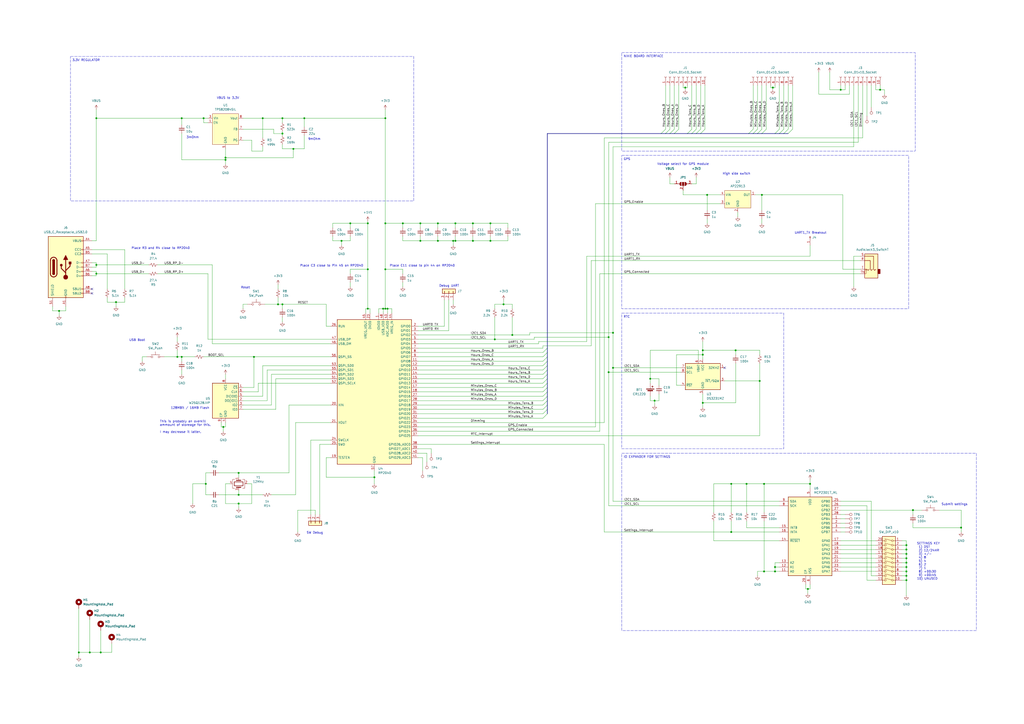
<source format=kicad_sch>
(kicad_sch (version 20231120) (generator "eeschema") (generator_version "8.0")
  (paper "A2")
  (title_block (title "Nixie Processor Board") (rev "0.1"))
  (junction (at 130.81 92.71))
  (junction (at 353.06 195.58))
  (junction (at 105.41 207.01))
  (junction (at 254 139.7))
  (junction (at 152.4 68.58))
  (junction (at 138.43 292.1))
  (junction (at 274.32 139.7))
  (junction (at 163.83 77.47))
  (junction (at 233.68 129.54))
  (junction (at 119.38 280.67))
  (junction (at 138.43 287.02))
  (junction (at 468.63 341.63))
  (junction (at 147.32 207.01))
  (junction (at 407.67 205.74))
  (junction (at 105.41 68.58))
  (junction (at 355.6 193.04))
  (junction (at 198.12 139.7))
  (junction (at 292.1 176.53))
  (junction (at 353.06 215.9))
  (junction (at 525.78 328.93))
  (junction (at 397.51 50.8))
  (junction (at 424.18 280.67))
  (junction (at 176.53 68.58))
  (junction (at 441.96 113.03))
  (junction (at 274.32 129.54))
  (junction (at 55.88 158.75))
  (junction (at 45.72 378.46))
  (junction (at 243.84 139.7))
  (junction (at 254 129.54))
  (junction (at 525.78 334.01))
  (junction (at 213.36 156.21))
  (junction (at 525.78 318.77))
  (junction (at 525.78 326.39))
  (junction (at 529.59 295.91))
  (junction (at 34.29 180.34))
  (junction (at 223.52 129.54))
  (junction (at 525.78 316.23))
  (junction (at 217.17 276.86))
  (junction (at 203.2 129.54))
  (junction (at 129.54 247.65))
  (junction (at 443.23 280.67))
  (junction (at 424.18 308.61))
  (junction (at 264.16 139.7))
  (junction (at 118.11 68.58))
  (junction (at 525.78 321.31))
  (junction (at 161.29 176.53))
  (junction (at 355.6 213.36))
  (junction (at 55.88 153.67))
  (junction (at 213.36 129.54))
  (junction (at 525.78 336.55))
  (junction (at 448.31 50.8))
  (junction (at 449.58 328.93))
  (junction (at 222.25 179.07))
  (junction (at 58.42 378.46))
  (junction (at 487.68 52.07))
  (junction (at 163.83 68.58))
  (junction (at 243.84 129.54))
  (junction (at 525.78 323.85))
  (junction (at 170.18 86.36))
  (junction (at 510.54 52.07))
  (junction (at 55.88 68.58))
  (junction (at 525.78 331.47))
  (junction (at 262.89 139.7))
  (junction (at 379.73 232.41))
  (junction (at 224.79 179.07))
  (junction (at 449.58 331.47))
  (junction (at 557.53 306.07))
  (junction (at 213.36 179.07))
  (junction (at 223.52 156.21))
  (junction (at 138.43 274.32))
  (junction (at 287.02 196.85))
  (junction (at 407.67 203.2))
  (junction (at 102.87 207.01))
  (junction (at 440.69 220.98))
  (junction (at 443.23 331.47))
  (junction (at 163.83 176.53))
  (junction (at 264.16 129.54))
  (junction (at 426.72 203.2))
  (junction (at 284.48 129.54))
  (junction (at 469.9 280.67))
  (junction (at 223.52 68.58))
  (junction (at 297.18 194.31))
  (junction (at 67.31 175.26))
  (junction (at 284.48 139.7))
  (junction (at 52.07 378.46))
  (junction (at 223.52 179.07))
  (junction (at 407.67 233.68))
  (junction (at 433.07 280.67))
  (junction (at 377.19 219.71))
  (junction (at 410.21 113.03))
  (junction (at 130.81 91.44))
  (no_connect (at 53.34 167.64))
  (no_connect (at 420.37 213.36))
  (no_connect (at 53.34 170.18))
  (bus_entry (at 314.96 214.63) (size 2.54 -2.54))
  (bus_entry (at 436.88 74.93) (size -2.54 2.54))
  (bus_entry (at 391.16 74.93) (size -2.54 2.54))
  (bus_entry (at 314.96 240.03) (size 2.54 -2.54))
  (bus_entry (at 408.94 74.93) (size -2.54 2.54))
  (bus_entry (at 314.96 204.47) (size 2.54 -2.54))
  (bus_entry (at 457.2 74.93) (size -2.54 2.54))
  (bus_entry (at 314.96 217.17) (size 2.54 -2.54))
  (bus_entry (at 314.96 224.79) (size 2.54 -2.54))
  (bus_entry (at 314.96 219.71) (size 2.54 -2.54))
  (bus_entry (at 314.96 229.87) (size 2.54 -2.54))
  (bus_entry (at 314.96 212.09) (size 2.54 -2.54))
  (bus_entry (at 459.74 74.93) (size -2.54 2.54))
  (bus_entry (at 314.96 207.01) (size 2.54 -2.54))
  (bus_entry (at 441.96 74.93) (size -2.54 2.54))
  (bus_entry (at 386.08 74.93) (size -2.54 2.54))
  (bus_entry (at 314.96 237.49) (size 2.54 -2.54))
  (bus_entry (at 401.32 74.93) (size -2.54 2.54))
  (bus_entry (at 314.96 232.41) (size 2.54 -2.54))
  (bus_entry (at 403.86 74.93) (size -2.54 2.54))
  (bus_entry (at 406.4 74.93) (size -2.54 2.54))
  (bus_entry (at 314.96 242.57) (size 2.54 -2.54))
  (bus_entry (at 393.7 74.93) (size -2.54 2.54))
  (bus_entry (at 444.5 74.93) (size -2.54 2.54))
  (bus_entry (at 314.96 227.33) (size 2.54 -2.54))
  (bus_entry (at 452.12 74.93) (size -2.54 2.54))
  (bus_entry (at 314.96 209.55) (size 2.54 -2.54))
  (bus_entry (at 439.42 74.93) (size -2.54 2.54))
  (bus_entry (at 388.62 74.93) (size -2.54 2.54))
  (bus_entry (at 314.96 222.25) (size 2.54 -2.54))
  (bus_entry (at 314.96 234.95) (size 2.54 -2.54))
  (bus_entry (at 454.66 74.93) (size -2.54 2.54))
  (wire (pts (xy 157.48 234.95) (xy 157.48 217.17)))
  (wire (pts (xy 426.72 210.82) (xy 426.72 233.68)))
  (wire (pts (xy 140.97 179.07) (xy 140.97 176.53)))
  (bus (pts (xy 401.32 77.47) (xy 403.86 77.47)))
  (wire (pts (xy 242.57 219.71) (xy 314.96 219.71)))
  (wire (pts (xy 233.68 132.08) (xy 233.68 129.54)))
  (wire (pts (xy 227.33 179.07) (xy 227.33 181.61)))
  (wire (pts (xy 487.68 313.69) (xy 508 313.69)))
  (wire (pts (xy 176.53 78.74) (xy 176.53 86.36)))
  (wire (pts (xy 140.97 68.58) (xy 152.4 68.58)))
  (wire (pts (xy 449.58 328.93) (xy 452.12 328.93)))
  (wire (pts (xy 260.35 191.77) (xy 260.35 173.99)))
  (wire (pts (xy 523.24 334.01) (xy 525.78 334.01)))
  (wire (pts (xy 355.6 193.04) (xy 307.34 193.04)))
  (wire (pts (xy 105.41 214.63) (xy 105.41 217.17)))
  (wire (pts (xy 262.89 173.99) (xy 262.89 176.53)))
  (bus (pts (xy 317.5 214.63) (xy 317.5 217.17)))
  (wire (pts (xy 67.31 175.26) (xy 72.39 175.26)))
  (wire (pts (xy 407.67 205.74) (xy 407.67 208.28)))
  (wire (pts (xy 52.07 359.41) (xy 52.07 378.46)))
  (wire (pts (xy 448.31 50.8) (xy 448.31 52.07)))
  (wire (pts (xy 427.99 123.19) (xy 427.99 125.73)))
  (wire (pts (xy 386.08 49.53) (xy 386.08 74.93)))
  (wire (pts (xy 397.51 50.8) (xy 397.51 52.07)))
  (wire (pts (xy 297.18 184.15) (xy 297.18 194.31)))
  (wire (pts (xy 233.68 158.75) (xy 233.68 156.21)))
  (wire (pts (xy 102.87 195.58) (xy 102.87 198.12)))
  (wire (pts (xy 392.43 223.52) (xy 392.43 205.74)))
  (wire (pts (xy 193.04 137.16) (xy 193.04 139.7)))
  (wire (pts (xy 557.53 295.91) (xy 557.53 306.07)))
  (bus (pts (xy 317.5 212.09) (xy 317.5 214.63)))
  (wire (pts (xy 72.39 175.26) (xy 72.39 172.72)))
  (wire (pts (xy 433.07 306.07) (xy 433.07 302.26)))
  (wire (pts (xy 95.25 207.01) (xy 102.87 207.01)))
  (wire (pts (xy 487.68 316.23) (xy 508 316.23)))
  (wire (pts (xy 143.51 280.67) (xy 146.05 280.67)))
  (wire (pts (xy 163.83 83.82) (xy 163.83 86.36)))
  (wire (pts (xy 508 52.07) (xy 510.54 52.07)))
  (wire (pts (xy 157.48 217.17) (xy 191.77 217.17)))
  (wire (pts (xy 118.11 68.58) (xy 120.65 68.58)))
  (wire (pts (xy 163.83 68.58) (xy 176.53 68.58)))
  (wire (pts (xy 140.97 81.28) (xy 146.05 81.28)))
  (wire (pts (xy 53.34 157.48) (xy 55.88 157.48)))
  (wire (pts (xy 171.45 287.02) (xy 171.45 245.11)))
  (wire (pts (xy 198.12 139.7) (xy 203.2 139.7)))
  (wire (pts (xy 481.33 41.91) (xy 481.33 52.07)))
  (wire (pts (xy 242.57 229.87) (xy 314.96 229.87)))
  (bus (pts (xy 317.5 219.71) (xy 317.5 217.17)))
  (wire (pts (xy 219.71 179.07) (xy 222.25 179.07)))
  (wire (pts (xy 223.52 179.07) (xy 224.79 179.07)))
  (wire (pts (xy 284.48 139.7) (xy 294.64 139.7)))
  (wire (pts (xy 254 139.7) (xy 262.89 139.7)))
  (wire (pts (xy 262.89 139.7) (xy 262.89 142.24)))
  (wire (pts (xy 158.75 77.47) (xy 163.83 77.47)))
  (wire (pts (xy 182.88 298.45) (xy 182.88 295.91)))
  (wire (pts (xy 223.52 156.21) (xy 233.68 156.21)))
  (wire (pts (xy 403.86 106.68) (xy 403.86 102.87)))
  (wire (pts (xy 58.42 365.76) (xy 58.42 378.46)))
  (wire (pts (xy 172.72 295.91) (xy 172.72 308.61)))
  (wire (pts (xy 510.54 52.07) (xy 513.08 52.07)))
  (wire (pts (xy 53.34 160.02) (xy 55.88 160.02)))
  (wire (pts (xy 64.77 373.38) (xy 64.77 378.46)))
  (wire (pts (xy 345.44 118.11) (xy 345.44 247.65)))
  (wire (pts (xy 284.48 137.16) (xy 284.48 139.7)))
  (wire (pts (xy 189.23 176.53) (xy 163.83 176.53)))
  (wire (pts (xy 523.24 336.55) (xy 525.78 336.55)))
  (wire (pts (xy 147.32 224.79) (xy 140.97 224.79)))
  (wire (pts (xy 128.27 245.11) (xy 128.27 247.65)))
  (wire (pts (xy 342.9 151.13) (xy 499.11 151.13)))
  (wire (pts (xy 500.38 49.53) (xy 500.38 80.01)))
  (wire (pts (xy 355.6 193.04) (xy 355.6 213.36)))
  (wire (pts (xy 440.69 210.82) (xy 440.69 220.98)))
  (wire (pts (xy 355.6 213.36) (xy 394.97 213.36)))
  (wire (pts (xy 111.76 280.67) (xy 111.76 292.1)))
  (wire (pts (xy 396.24 113.03) (xy 410.21 113.03)))
  (wire (pts (xy 82.55 209.55) (xy 82.55 207.01)))
  (wire (pts (xy 153.67 176.53) (xy 161.29 176.53)))
  (wire (pts (xy 222.25 179.07) (xy 223.52 179.07)))
  (wire (pts (xy 254 137.16) (xy 254 139.7)))
  (wire (pts (xy 433.07 280.67) (xy 443.23 280.67)))
  (wire (pts (xy 140.97 229.87) (xy 152.4 229.87)))
  (wire (pts (xy 405.13 203.2) (xy 405.13 208.28)))
  (wire (pts (xy 223.52 63.5) (xy 223.52 68.58)))
  (wire (pts (xy 487.68 328.93) (xy 508 328.93)))
  (wire (pts (xy 436.88 49.53) (xy 436.88 74.93)))
  (wire (pts (xy 191.77 219.71) (xy 160.02 219.71)))
  (wire (pts (xy 406.4 49.53) (xy 406.4 74.93)))
  (wire (pts (xy 525.78 328.93) (xy 525.78 331.47)))
  (bus (pts (xy 441.96 77.47) (xy 449.58 77.47)))
  (wire (pts (xy 355.6 290.83) (xy 452.12 290.83)))
  (wire (pts (xy 284.48 129.54) (xy 294.64 129.54)))
  (wire (pts (xy 426.72 233.68) (xy 407.67 233.68)))
  (wire (pts (xy 163.83 176.53) (xy 161.29 176.53)))
  (wire (pts (xy 176.53 86.36) (xy 170.18 86.36)))
  (wire (pts (xy 525.78 316.23) (xy 525.78 318.77)))
  (wire (pts (xy 443.23 331.47) (xy 449.58 331.47)))
  (wire (pts (xy 414.02 313.69) (xy 452.12 313.69)))
  (wire (pts (xy 294.64 129.54) (xy 294.64 132.08)))
  (wire (pts (xy 377.19 219.71) (xy 377.19 222.25)))
  (wire (pts (xy 152.4 85.09) (xy 152.4 87.63)))
  (wire (pts (xy 82.55 207.01) (xy 85.09 207.01)))
  (wire (pts (xy 377.19 219.71) (xy 382.27 219.71)))
  (wire (pts (xy 53.34 144.78) (xy 72.39 144.78)))
  (wire (pts (xy 287.02 184.15) (xy 287.02 196.85)))
  (wire (pts (xy 414.02 280.67) (xy 414.02 297.18)))
  (wire (pts (xy 245.11 265.43) (xy 245.11 273.05)))
  (wire (pts (xy 120.65 196.85) (xy 191.77 196.85)))
  (wire (pts (xy 544.83 295.91) (xy 557.53 295.91)))
  (wire (pts (xy 189.23 176.53) (xy 189.23 189.23)))
  (wire (pts (xy 176.53 68.58) (xy 223.52 68.58)))
  (wire (pts (xy 242.57 212.09) (xy 314.96 212.09)))
  (wire (pts (xy 163.83 68.58) (xy 163.83 71.12)))
  (wire (pts (xy 242.57 240.03) (xy 314.96 240.03)))
  (wire (pts (xy 243.84 129.54) (xy 254 129.54)))
  (wire (pts (xy 154.94 214.63) (xy 191.77 214.63)))
  (wire (pts (xy 167.64 234.95) (xy 191.77 234.95)))
  (wire (pts (xy 193.04 139.7) (xy 198.12 139.7)))
  (wire (pts (xy 469.9 280.67) (xy 469.9 283.21)))
  (wire (pts (xy 443.23 302.26) (xy 443.23 331.47)))
  (wire (pts (xy 242.57 201.93) (xy 314.96 201.93)))
  (wire (pts (xy 424.18 308.61) (xy 452.12 308.61)))
  (wire (pts (xy 45.72 378.46) (xy 45.72 381)))
  (wire (pts (xy 525.78 321.31) (xy 525.78 323.85)))
  (wire (pts (xy 38.1 177.8) (xy 38.1 180.34)))
  (wire (pts (xy 353.06 82.55) (xy 353.06 195.58)))
  (wire (pts (xy 55.88 158.75) (xy 55.88 160.02)))
  (wire (pts (xy 213.36 179.07) (xy 214.63 179.07)))
  (wire (pts (xy 189.23 189.23) (xy 191.77 189.23)))
  (wire (pts (xy 449.58 326.39) (xy 449.58 328.93)))
  (wire (pts (xy 525.78 313.69) (xy 525.78 316.23)))
  (wire (pts (xy 213.36 128.27) (xy 213.36 129.54)))
  (wire (pts (xy 242.57 245.11) (xy 350.52 245.11)))
  (wire (pts (xy 243.84 137.16) (xy 243.84 139.7)))
  (wire (pts (xy 392.43 205.74) (xy 407.67 205.74)))
  (wire (pts (xy 443.23 280.67) (xy 469.9 280.67)))
  (wire (pts (xy 523.24 321.31) (xy 525.78 321.31)))
  (wire (pts (xy 203.2 139.7) (xy 203.2 137.16)))
  (wire (pts (xy 424.18 297.18) (xy 424.18 280.67)))
  (wire (pts (xy 152.4 212.09) (xy 191.77 212.09)))
  (wire (pts (xy 297.18 179.07) (xy 297.18 176.53)))
  (wire (pts (xy 487.68 318.77) (xy 508 318.77)))
  (wire (pts (xy 185.42 257.81) (xy 191.77 257.81)))
  (wire (pts (xy 160.02 219.71) (xy 160.02 237.49)))
  (wire (pts (xy 55.88 63.5) (xy 55.88 68.58)))
  (wire (pts (xy 312.42 198.12) (xy 340.36 198.12)))
  (wire (pts (xy 30.48 177.8) (xy 30.48 180.34)))
  (wire (pts (xy 487.68 323.85) (xy 508 323.85)))
  (wire (pts (xy 284.48 129.54) (xy 284.48 132.08)))
  (wire (pts (xy 441.96 127) (xy 441.96 129.54)))
  (wire (pts (xy 242.57 209.55) (xy 314.96 209.55)))
  (wire (pts (xy 130.81 217.17) (xy 130.81 219.71)))
  (wire (pts (xy 424.18 302.26) (xy 424.18 308.61)))
  (wire (pts (xy 123.19 199.39) (xy 191.77 199.39)))
  (wire (pts (xy 353.06 82.55) (xy 497.84 82.55)))
  (wire (pts (xy 426.72 203.2) (xy 407.67 203.2)))
  (wire (pts (xy 242.57 242.57) (xy 314.96 242.57)))
  (wire (pts (xy 138.43 287.02) (xy 152.4 287.02)))
  (bus (pts (xy 317.5 237.49) (xy 317.5 240.03)))
  (wire (pts (xy 45.72 378.46) (xy 52.07 378.46)))
  (wire (pts (xy 287.02 176.53) (xy 292.1 176.53)))
  (wire (pts (xy 424.18 280.67) (xy 433.07 280.67)))
  (wire (pts (xy 474.98 54.61) (xy 492.76 54.61)))
  (wire (pts (xy 138.43 274.32) (xy 138.43 276.86)))
  (bus (pts (xy 317.5 234.95) (xy 317.5 232.41)))
  (wire (pts (xy 487.68 326.39) (xy 508 326.39)))
  (wire (pts (xy 264.16 129.54) (xy 264.16 132.08)))
  (wire (pts (xy 212.09 179.07) (xy 213.36 179.07)))
  (wire (pts (xy 120.65 71.12) (xy 118.11 71.12)))
  (wire (pts (xy 149.86 227.33) (xy 149.86 222.25)))
  (wire (pts (xy 213.36 156.21) (xy 213.36 179.07)))
  (wire (pts (xy 468.63 341.63) (xy 469.9 341.63)))
  (bus (pts (xy 317.5 237.49) (xy 317.5 234.95)))
  (wire (pts (xy 488.95 156.21) (xy 499.11 156.21)))
  (wire (pts (xy 410.21 127) (xy 410.21 129.54)))
  (wire (pts (xy 133.35 280.67) (xy 130.81 280.67)))
  (wire (pts (xy 34.29 180.34) (xy 38.1 180.34)))
  (wire (pts (xy 242.57 250.19) (xy 347.98 250.19)))
  (wire (pts (xy 407.67 228.6) (xy 407.67 233.68)))
  (wire (pts (xy 167.64 234.95) (xy 167.64 274.32)))
  (wire (pts (xy 449.58 326.39) (xy 452.12 326.39)))
  (wire (pts (xy 441.96 113.03) (xy 488.95 113.03)))
  (wire (pts (xy 130.81 91.44) (xy 130.81 92.71)))
  (wire (pts (xy 120.65 158.75) (xy 120.65 196.85)))
  (wire (pts (xy 224.79 179.07) (xy 227.33 179.07)))
  (wire (pts (xy 468.63 341.63) (xy 468.63 344.17)))
  (wire (pts (xy 340.36 148.59) (xy 340.36 198.12)))
  (wire (pts (xy 55.88 68.58) (xy 105.41 68.58)))
  (wire (pts (xy 523.24 328.93) (xy 525.78 328.93)))
  (wire (pts (xy 525.78 323.85) (xy 525.78 326.39)))
  (wire (pts (xy 242.57 204.47) (xy 314.96 204.47)))
  (wire (pts (xy 377.19 203.2) (xy 405.13 203.2)))
  (wire (pts (xy 129.54 247.65) (xy 130.81 247.65)))
  (wire (pts (xy 426.72 205.74) (xy 426.72 203.2)))
  (bus (pts (xy 406.4 77.47) (xy 434.34 77.47)))
  (wire (pts (xy 163.83 76.2) (xy 163.83 77.47)))
  (wire (pts (xy 161.29 172.72) (xy 161.29 176.53)))
  (wire (pts (xy 274.32 137.16) (xy 274.32 139.7)))
  (wire (pts (xy 294.64 137.16) (xy 294.64 139.7)))
  (wire (pts (xy 130.81 247.65) (xy 130.81 245.11)))
  (wire (pts (xy 490.22 298.45) (xy 487.68 298.45)))
  (wire (pts (xy 147.32 207.01) (xy 147.32 224.79)))
  (wire (pts (xy 355.6 193.04) (xy 355.6 85.09)))
  (wire (pts (xy 121.92 274.32) (xy 119.38 274.32)))
  (bus (pts (xy 317.5 201.93) (xy 317.5 204.47)))
  (wire (pts (xy 152.4 68.58) (xy 152.4 80.01)))
  (wire (pts (xy 254 129.54) (xy 254 132.08)))
  (bus (pts (xy 436.88 77.47) (xy 439.42 77.47)))
  (wire (pts (xy 119.38 280.67) (xy 119.38 287.02)))
  (wire (pts (xy 447.04 49.53) (xy 447.04 50.8)))
  (wire (pts (xy 52.07 378.46) (xy 58.42 378.46)))
  (wire (pts (xy 396.24 50.8) (xy 397.51 50.8)))
  (wire (pts (xy 67.31 175.26) (xy 67.31 177.8)))
  (wire (pts (xy 105.41 207.01) (xy 105.41 209.55)))
  (wire (pts (xy 55.88 158.75) (xy 55.88 157.48)))
  (wire (pts (xy 459.74 49.53) (xy 459.74 74.93)))
  (wire (pts (xy 105.41 92.71) (xy 105.41 77.47)))
  (wire (pts (xy 157.48 287.02) (xy 171.45 287.02)))
  (wire (pts (xy 91.44 153.67) (xy 123.19 153.67)))
  (bus (pts (xy 317.5 77.47) (xy 317.5 201.93)))
  (wire (pts (xy 353.06 215.9) (xy 353.06 293.37)))
  (bus (pts (xy 439.42 77.47) (xy 441.96 77.47)))
  (wire (pts (xy 219.71 181.61) (xy 219.71 179.07)))
  (wire (pts (xy 203.2 156.21) (xy 213.36 156.21)))
  (wire (pts (xy 254 129.54) (xy 264.16 129.54)))
  (wire (pts (xy 250.19 260.35) (xy 250.19 262.89)))
  (wire (pts (xy 396.24 110.49) (xy 396.24 113.03)))
  (wire (pts (xy 53.34 152.4) (xy 55.88 152.4)))
  (wire (pts (xy 292.1 173.99) (xy 292.1 176.53)))
  (wire (pts (xy 508 336.55) (xy 502.92 336.55)))
  (wire (pts (xy 487.68 331.47) (xy 508 331.47)))
  (wire (pts (xy 490.22 300.99) (xy 487.68 300.99)))
  (wire (pts (xy 523.24 323.85) (xy 525.78 323.85)))
  (wire (pts (xy 287.02 176.53) (xy 287.02 179.07)))
  (wire (pts (xy 345.44 118.11) (xy 417.83 118.11)))
  (wire (pts (xy 62.23 175.26) (xy 67.31 175.26)))
  (wire (pts (xy 274.32 139.7) (xy 284.48 139.7)))
  (wire (pts (xy 203.2 129.54) (xy 213.36 129.54)))
  (wire (pts (xy 233.68 129.54) (xy 243.84 129.54)))
  (wire (pts (xy 243.84 139.7) (xy 254 139.7)))
  (wire (pts (xy 388.62 49.53) (xy 388.62 74.93)))
  (wire (pts (xy 154.94 214.63) (xy 154.94 232.41)))
  (wire (pts (xy 140.97 74.93) (xy 158.75 74.93)))
  (wire (pts (xy 105.41 68.58) (xy 118.11 68.58)))
  (wire (pts (xy 502.92 336.55) (xy 502.92 293.37)))
  (wire (pts (xy 243.84 129.54) (xy 243.84 132.08)))
  (wire (pts (xy 297.18 194.31) (xy 307.34 194.31)))
  (wire (pts (xy 105.41 207.01) (xy 113.03 207.01)))
  (bus (pts (xy 317.5 207.01) (xy 317.5 209.55)))
  (wire (pts (xy 170.18 86.36) (xy 163.83 86.36)))
  (wire (pts (xy 130.81 86.36) (xy 130.81 91.44)))
  (wire (pts (xy 350.52 80.01) (xy 500.38 80.01)))
  (wire (pts (xy 247.65 262.89) (xy 247.65 267.97)))
  (wire (pts (xy 30.48 180.34) (xy 34.29 180.34)))
  (wire (pts (xy 525.78 334.01) (xy 525.78 336.55)))
  (wire (pts (xy 433.07 280.67) (xy 433.07 297.18)))
  (wire (pts (xy 223.52 129.54) (xy 223.52 156.21)))
  (wire (pts (xy 469.9 278.13) (xy 469.9 280.67)))
  (wire (pts (xy 505.46 290.83) (xy 487.68 290.83)))
  (wire (pts (xy 307.34 193.04) (xy 307.34 194.31)))
  (wire (pts (xy 185.42 257.81) (xy 185.42 298.45)))
  (wire (pts (xy 102.87 203.2) (xy 102.87 207.01)))
  (wire (pts (xy 447.04 50.8) (xy 448.31 50.8)))
  (wire (pts (xy 138.43 274.32) (xy 167.64 274.32)))
  (wire (pts (xy 62.23 147.32) (xy 53.34 147.32)))
  (wire (pts (xy 149.86 222.25) (xy 191.77 222.25)))
  (wire (pts (xy 398.78 49.53) (xy 398.78 50.8)))
  (wire (pts (xy 397.51 50.8) (xy 398.78 50.8)))
  (bus (pts (xy 434.34 77.47) (xy 436.88 77.47)))
  (wire (pts (xy 130.81 92.71) (xy 130.81 95.25)))
  (wire (pts (xy 189.23 276.86) (xy 217.17 276.86)))
  (bus (pts (xy 386.08 77.47) (xy 388.62 77.47)))
  (wire (pts (xy 223.52 156.21) (xy 223.52 179.07)))
  (wire (pts (xy 401.32 49.53) (xy 401.32 74.93)))
  (wire (pts (xy 433.07 306.07) (xy 452.12 306.07)))
  (wire (pts (xy 242.57 227.33) (xy 314.96 227.33)))
  (wire (pts (xy 152.4 68.58) (xy 163.83 68.58)))
  (wire (pts (xy 350.52 308.61) (xy 350.52 257.81)))
  (wire (pts (xy 233.68 163.83) (xy 233.68 166.37)))
  (wire (pts (xy 490.22 303.53) (xy 487.68 303.53)))
  (wire (pts (xy 454.66 49.53) (xy 454.66 74.93)))
  (wire (pts (xy 242.57 257.81) (xy 350.52 257.81)))
  (wire (pts (xy 448.31 50.8) (xy 449.58 50.8)))
  (wire (pts (xy 163.83 77.47) (xy 163.83 78.74)))
  (bus (pts (xy 317.5 209.55) (xy 317.5 212.09)))
  (wire (pts (xy 242.57 207.01) (xy 314.96 207.01)))
  (bus (pts (xy 317.5 227.33) (xy 317.5 224.79)))
  (wire (pts (xy 152.4 229.87) (xy 152.4 212.09)))
  (wire (pts (xy 111.76 280.67) (xy 119.38 280.67)))
  (wire (pts (xy 140.97 176.53) (xy 143.51 176.53)))
  (wire (pts (xy 508 49.53) (xy 508 52.07)))
  (wire (pts (xy 140.97 234.95) (xy 157.48 234.95)))
  (wire (pts (xy 467.36 341.63) (xy 468.63 341.63)))
  (wire (pts (xy 127 287.02) (xy 138.43 287.02)))
  (wire (pts (xy 490.22 308.61) (xy 487.68 308.61)))
  (wire (pts (xy 242.57 189.23) (xy 257.81 189.23)))
  (wire (pts (xy 441.96 113.03) (xy 441.96 121.92)))
  (wire (pts (xy 287.02 196.85) (xy 309.88 196.85)))
  (bus (pts (xy 454.66 77.47) (xy 457.2 77.47)))
  (wire (pts (xy 379.73 232.41) (xy 379.73 234.95)))
  (wire (pts (xy 45.72 378.46) (xy 45.72 353.06)))
  (wire (pts (xy 264.16 137.16) (xy 264.16 139.7)))
  (wire (pts (xy 138.43 287.02) (xy 138.43 284.48)))
  (wire (pts (xy 292.1 176.53) (xy 297.18 176.53)))
  (wire (pts (xy 242.57 247.65) (xy 345.44 247.65)))
  (wire (pts (xy 487.68 321.31) (xy 508 321.31)))
  (wire (pts (xy 140.97 227.33) (xy 149.86 227.33)))
  (wire (pts (xy 274.32 129.54) (xy 284.48 129.54)))
  (wire (pts (xy 309.88 195.58) (xy 353.06 195.58)))
  (wire (pts (xy 379.73 232.41) (xy 377.19 232.41)))
  (wire (pts (xy 53.34 154.94) (xy 55.88 154.94)))
  (wire (pts (xy 508 334.01) (xy 505.46 334.01)))
  (bus (pts (xy 383.54 77.47) (xy 386.08 77.47)))
  (wire (pts (xy 163.83 184.15) (xy 163.83 186.69)))
  (wire (pts (xy 444.5 49.53) (xy 444.5 74.93)))
  (bus (pts (xy 317.5 229.87) (xy 317.5 227.33)))
  (bus (pts (xy 388.62 77.47) (xy 391.16 77.47)))
  (wire (pts (xy 529.59 295.91) (xy 529.59 298.45)))
  (wire (pts (xy 217.17 273.05) (xy 217.17 276.86)))
  (wire (pts (xy 170.18 91.44) (xy 170.18 86.36)))
  (wire (pts (xy 407.67 198.12) (xy 407.67 203.2)))
  (wire (pts (xy 353.06 195.58) (xy 353.06 215.9)))
  (wire (pts (xy 123.19 199.39) (xy 123.19 153.67)))
  (wire (pts (xy 382.27 228.6) (xy 382.27 232.41)))
  (wire (pts (xy 403.86 49.53) (xy 403.86 74.93)))
  (wire (pts (xy 523.24 331.47) (xy 525.78 331.47)))
  (wire (pts (xy 72.39 144.78) (xy 72.39 167.64)))
  (wire (pts (xy 353.06 215.9) (xy 394.97 215.9)))
  (wire (pts (xy 529.59 306.07) (xy 557.53 306.07)))
  (wire (pts (xy 410.21 113.03) (xy 410.21 121.92)))
  (wire (pts (xy 193.04 129.54) (xy 193.04 132.08)))
  (wire (pts (xy 382.27 223.52) (xy 382.27 219.71)))
  (wire (pts (xy 118.11 207.01) (xy 147.32 207.01)))
  (wire (pts (xy 130.81 92.71) (xy 105.41 92.71)))
  (wire (pts (xy 119.38 287.02) (xy 121.92 287.02)))
  (wire (pts (xy 314.96 201.93) (xy 314.96 200.66)))
  (wire (pts (xy 242.57 196.85) (xy 287.02 196.85)))
  (wire (pts (xy 55.88 152.4) (xy 55.88 153.67)))
  (wire (pts (xy 191.77 265.43) (xy 189.23 265.43)))
  (wire (pts (xy 160.02 237.49) (xy 140.97 237.49)))
  (wire (pts (xy 224.79 179.07) (xy 224.79 181.61)))
  (wire (pts (xy 347.98 158.75) (xy 499.11 158.75)))
  (wire (pts (xy 198.12 139.7) (xy 198.12 142.24)))
  (wire (pts (xy 490.22 306.07) (xy 487.68 306.07)))
  (wire (pts (xy 146.05 292.1) (xy 138.43 292.1)))
  (wire (pts (xy 147.32 207.01) (xy 191.77 207.01)))
  (wire (pts (xy 128.27 247.65) (xy 129.54 247.65)))
  (wire (pts (xy 242.57 222.25) (xy 314.96 222.25)))
  (wire (pts (xy 242.57 234.95) (xy 314.96 234.95)))
  (wire (pts (xy 487.68 49.53) (xy 487.68 52.07)))
  (wire (pts (xy 171.45 245.11) (xy 191.77 245.11)))
  (wire (pts (xy 557.53 308.61) (xy 557.53 306.07)))
  (wire (pts (xy 233.68 139.7) (xy 243.84 139.7)))
  (wire (pts (xy 353.06 293.37) (xy 452.12 293.37)))
  (wire (pts (xy 127 274.32) (xy 138.43 274.32)))
  (wire (pts (xy 257.81 189.23) (xy 257.81 173.99)))
  (wire (pts (xy 449.58 331.47) (xy 452.12 331.47)))
  (wire (pts (xy 242.57 265.43) (xy 245.11 265.43)))
  (wire (pts (xy 55.88 158.75) (xy 86.36 158.75)))
  (wire (pts (xy 180.34 255.27) (xy 180.34 298.45)))
  (wire (pts (xy 129.54 247.65) (xy 129.54 250.19)))
  (wire (pts (xy 182.88 295.91) (xy 172.72 295.91)))
  (wire (pts (xy 55.88 153.67) (xy 55.88 154.94)))
  (wire (pts (xy 342.9 151.13) (xy 342.9 200.66)))
  (wire (pts (xy 525.78 318.77) (xy 525.78 321.31)))
  (bus (pts (xy 449.58 77.47) (xy 452.12 77.47)))
  (wire (pts (xy 469.9 339.09) (xy 469.9 341.63)))
  (wire (pts (xy 495.3 148.59) (xy 495.3 166.37)))
  (wire (pts (xy 523.24 316.23) (xy 525.78 316.23)))
  (wire (pts (xy 242.57 237.49) (xy 314.96 237.49)))
  (wire (pts (xy 262.89 139.7) (xy 264.16 139.7)))
  (wire (pts (xy 401.32 106.68) (xy 403.86 106.68)))
  (wire (pts (xy 426.72 203.2) (xy 440.69 203.2)))
  (wire (pts (xy 152.4 87.63) (xy 146.05 87.63)))
  (wire (pts (xy 242.57 217.17) (xy 314.96 217.17)))
  (wire (pts (xy 424.18 280.67) (xy 414.02 280.67)))
  (wire (pts (xy 242.57 191.77) (xy 260.35 191.77)))
  (wire (pts (xy 154.94 232.41) (xy 140.97 232.41)))
  (wire (pts (xy 130.81 91.44) (xy 170.18 91.44)))
  (wire (pts (xy 497.84 49.53) (xy 497.84 82.55)))
  (wire (pts (xy 382.27 232.41) (xy 379.73 232.41)))
  (wire (pts (xy 34.29 180.34) (xy 34.29 182.88)))
  (wire (pts (xy 388.62 106.68) (xy 391.16 106.68)))
  (wire (pts (xy 163.83 176.53) (xy 163.83 179.07)))
  (bus (pts (xy 317.5 224.79) (xy 317.5 222.25)))
  (wire (pts (xy 118.11 68.58) (xy 118.11 71.12)))
  (wire (pts (xy 193.04 129.54) (xy 203.2 129.54)))
  (wire (pts (xy 490.22 52.07) (xy 487.68 52.07)))
  (wire (pts (xy 457.2 49.53) (xy 457.2 74.93)))
  (wire (pts (xy 242.57 224.79) (xy 314.96 224.79)))
  (wire (pts (xy 523.24 313.69) (xy 525.78 313.69)))
  (wire (pts (xy 469.9 142.24) (xy 469.9 148.59)))
  (wire (pts (xy 58.42 378.46) (xy 64.77 378.46)))
  (wire (pts (xy 222.25 179.07) (xy 222.25 181.61)))
  (wire (pts (xy 309.88 196.85) (xy 309.88 195.58)))
  (wire (pts (xy 439.42 49.53) (xy 439.42 74.93)))
  (wire (pts (xy 377.19 203.2) (xy 377.19 219.71)))
  (wire (pts (xy 347.98 158.75) (xy 347.98 250.19)))
  (bus (pts (xy 391.16 77.47) (xy 398.78 77.47)))
  (bus (pts (xy 452.12 77.47) (xy 454.66 77.47)))
  (wire (pts (xy 130.81 280.67) (xy 130.81 292.1)))
  (wire (pts (xy 203.2 158.75) (xy 203.2 156.21)))
  (wire (pts (xy 488.95 156.21) (xy 488.95 113.03)))
  (wire (pts (xy 525.78 336.55) (xy 525.78 345.44)))
  (wire (pts (xy 523.24 318.77) (xy 525.78 318.77)))
  (wire (pts (xy 312.42 198.12) (xy 312.42 199.39)))
  (wire (pts (xy 495.3 49.53) (xy 495.3 85.09)))
  (wire (pts (xy 439.42 331.47) (xy 439.42 334.01)))
  (wire (pts (xy 443.23 280.67) (xy 443.23 297.18)))
  (wire (pts (xy 408.94 49.53) (xy 408.94 74.93)))
  (wire (pts (xy 91.44 158.75) (xy 120.65 158.75)))
  (wire (pts (xy 449.58 49.53) (xy 449.58 50.8)))
  (wire (pts (xy 350.52 308.61) (xy 424.18 308.61)))
  (wire (pts (xy 119.38 274.32) (xy 119.38 280.67)))
  (wire (pts (xy 377.19 232.41) (xy 377.19 229.87)))
  (bus (pts (xy 317.5 222.25) (xy 317.5 219.71)))
  (wire (pts (xy 242.57 260.35) (xy 250.19 260.35)))
  (wire (pts (xy 214.63 179.07) (xy 214.63 181.61)))
  (wire (pts (xy 189.23 265.43) (xy 189.23 276.86)))
  (wire (pts (xy 420.37 220.98) (xy 440.69 220.98)))
  (wire (pts (xy 55.88 68.58) (xy 55.88 139.7)))
  (bus (pts (xy 317.5 232.41) (xy 317.5 229.87)))
  (wire (pts (xy 525.78 326.39) (xy 525.78 328.93)))
  (wire (pts (xy 212.09 181.61) (xy 212.09 179.07)))
  (wire (pts (xy 138.43 292.1) (xy 138.43 294.64)))
  (wire (pts (xy 490.22 49.53) (xy 490.22 52.07)))
  (wire (pts (xy 438.15 113.03) (xy 441.96 113.03)))
  (wire (pts (xy 487.68 295.91) (xy 529.59 295.91)))
  (wire (pts (xy 495.3 148.59) (xy 499.11 148.59)))
  (wire (pts (xy 102.87 207.01) (xy 105.41 207.01)))
  (wire (pts (xy 414.02 302.26) (xy 414.02 313.69)))
  (wire (pts (xy 410.21 113.03) (xy 417.83 113.03)))
  (bus (pts (xy 398.78 77.47) (xy 401.32 77.47)))
  (wire (pts (xy 391.16 49.53) (xy 391.16 74.93)))
  (wire (pts (xy 505.46 49.53) (xy 505.46 62.23)))
  (wire (pts (xy 487.68 52.07) (xy 481.33 52.07)))
  (wire (pts (xy 529.59 303.53) (xy 529.59 306.07)))
  (wire (pts (xy 314.96 200.66) (xy 342.9 200.66)))
  (wire (pts (xy 510.54 49.53) (xy 510.54 52.07)))
  (wire (pts (xy 217.17 276.86) (xy 217.17 280.67)))
  (wire (pts (xy 158.75 74.93) (xy 158.75 77.47)))
  (wire (pts (xy 264.16 139.7) (xy 274.32 139.7)))
  (wire (pts (xy 407.67 233.68) (xy 407.67 236.22)))
  (wire (pts (xy 312.42 199.39) (xy 242.57 199.39)))
  (wire (pts (xy 161.29 165.1) (xy 161.29 167.64)))
  (wire (pts (xy 388.62 102.87) (xy 388.62 106.68)))
  (wire (pts (xy 105.41 68.58) (xy 105.41 72.39)))
  (wire (pts (xy 242.57 252.73) (xy 440.69 252.73)))
  (wire (pts (xy 452.12 49.53) (xy 452.12 74.93)))
  (wire (pts (xy 180.34 255.27) (xy 191.77 255.27)))
  (wire (pts (xy 396.24 49.53) (xy 396.24 50.8)))
  (wire (pts (xy 355.6 213.36) (xy 355.6 290.83)))
  (wire (pts (xy 274.32 129.54) (xy 274.32 132.08)))
  (bus (pts (xy 317.5 77.47) (xy 383.54 77.47)))
  (wire (pts (xy 393.7 49.53) (xy 393.7 74.93)))
  (wire (pts (xy 242.57 262.89) (xy 247.65 262.89)))
  (wire (pts (xy 62.23 175.26) (xy 62.23 172.72)))
  (wire (pts (xy 203.2 163.83) (xy 203.2 166.37)))
  (wire (pts (xy 467.36 339.09) (xy 467.36 341.63)))
  (wire (pts (xy 492.76 49.53) (xy 492.76 54.61)))
  (wire (pts (xy 407.67 203.2) (xy 407.67 205.74)))
  (wire (pts (xy 449.58 328.93) (xy 449.58 331.47)))
  (wire (pts (xy 213.36 129.54) (xy 213.36 156.21)))
  (wire (pts (xy 203.2 132.08) (xy 203.2 129.54)))
  (wire (pts (xy 146.05 87.63) (xy 146.05 81.28)))
  (wire (pts (xy 242.57 214.63) (xy 314.96 214.63)))
  (wire (pts (xy 440.69 220.98) (xy 440.69 252.73)))
  (wire (pts (xy 62.23 167.64) (xy 62.23 147.32)))
  (wire (pts (xy 441.96 49.53) (xy 441.96 74.93)))
  (wire (pts (xy 505.46 334.01) (xy 505.46 290.83)))
  (wire (pts (xy 513.08 52.07) (xy 513.08 54.61)))
  (wire (pts (xy 394.97 223.52) (xy 392.43 223.52)))
  (wire (pts (xy 350.52 245.11) (xy 350.52 80.01)))
  (wire (pts (xy 502.92 49.53) (xy 502.92 67.31)))
  (wire (pts (xy 233.68 137.16) (xy 233.68 139.7)))
  (wire (pts (xy 176.53 68.58) (xy 176.53 73.66)))
  (wire (pts (xy 439.42 331.47) (xy 443.23 331.47)))
  (wire (pts (xy 130.81 292.1) (xy 138.43 292.1)))
  (wire (pts (xy 525.78 331.47) (xy 525.78 334.01)))
  (bus (pts (xy 317.5 204.47) (xy 317.5 207.01)))
  (wire (pts (xy 223.52 68.58) (xy 223.52 129.54)))
  (wire (pts (xy 223.52 129.54) (xy 233.68 129.54)))
  (wire (pts (xy 440.69 205.74) (xy 440.69 203.2)))
  (bus (pts (xy 403.86 77.47) (xy 406.4 77.47)))
  (wire (pts (xy 242.57 194.31) (xy 297.18 194.31)))
  (wire (pts (xy 264.16 129.54) (xy 274.32 129.54)))
  (wire (pts (xy 523.24 326.39) (xy 525.78 326.39)))
  (wire (pts (xy 55.88 153.67) (xy 86.36 153.67)))
  (wire (pts (xy 146.05 280.67) (xy 146.05 292.1)))
  (wire (pts (xy 474.98 41.91) (xy 474.98 54.61)))
  (wire (pts (xy 502.92 293.37) (xy 487.68 293.37)))
  (wire (pts (xy 340.36 148.59) (xy 469.9 148.59)))
  (wire (pts (xy 355.6 85.09) (xy 495.3 85.09)))
  (wire (pts (xy 242.57 232.41) (xy 314.96 232.41)))
  (wire (pts (xy 529.59 295.91) (xy 534.67 295.91)))
  (wire (pts (xy 55.88 139.7) (xy 53.34 139.7)))
  (rectangle (start 360.68 181.61) (end 454.66 260.35) (stroke (width 0) (type dash)))
  (rectangle (start 40.894 32.766) (end 240.03 116.586) (stroke (width 0) (type dash)))
  (rectangle (start 360.68 90.17) (end 527.05 179.07) (stroke (width 0) (type dash)))
  (rectangle (start 360.68 262.89) (end 566.42 365.76) (stroke (width 0) (type dash)))
  (rectangle (start 360.68 30.48) (end 530.86 87.63) (stroke (width 0) (type dash)))
  (text "SW Debug\n" (at 177.8 309.88 0) (effects (font (size 1.27 1.27)) (justify left bottom)))
  (text "Place C11 close to pin 44 on RP2040" (at 226.06 154.94 0) (effects (font (size 1.27 1.27)) (justify left bottom)))
  (text "9mOhm" (at 182.372 80.772 0) (effects (font (size 1.27 1.27))))
  (text "This is probably an overkill \nammount of storeage for this.\n\nI may decrease it latter." (at 92.71 251.46 0) (effects (font (size 1.27 1.27)) (justify left bottom)))
  (text "RTC" (at 361.696 183.134 0) (effects (font (size 1.27 1.27)) (justify left top)))
  (text "3mOhm" (at 111.76 79.756 0) (effects (font (size 1.27 1.27))))
  (text "Voltage select for GPS module" (at 396.24 95.25 0) (effects (font (size 1.27 1.27))))
  (text "GPS" (at 361.696 91.694 0) (effects (font (size 1.27 1.27)) (justify left top)))
  (text "Debug UART" (at 254.762 166.624 0) (effects (font (size 1.27 1.27)) (justify left bottom)))
  (text "Submit settings" (at 546.1 293.37 0) (effects (font (size 1.27 1.27)) (justify left bottom)))
  (text "High side switch" (at 419.1 101.6 0) (effects (font (size 1.27 1.27)) (justify left bottom)))
  (text "USB Boot\n" (at 74.93 198.12 0) (effects (font (size 1.27 1.27)) (justify left bottom)))
  (text "Place C3 close to Pin 45 on RP2040" (at 173.99 154.94 0) (effects (font (size 1.27 1.27)) (justify left bottom)))
  (text "Place R3 and R4 close to RP2040" (at 76.2 144.78 0) (effects (font (size 1.27 1.27)) (justify left bottom)))
  (text "128MBit / 16MB Flash\n" (at 99.06 237.49 0) (effects (font (size 1.27 1.27)) (justify left bottom)))
  (text "NIXIE BOARD INTERFACE" (at 361.696 32.004 0) (effects (font (size 1.27 1.27)) (justify left top)))
  (text "UART1_TX Breakout" (at 470.154 135.128 0) (effects (font (size 1.27 1.27))))
  (text "3.3V REGULATOR" (at 41.91 34.29 0) (effects (font (size 1.27 1.27)) (justify left top)))
  (text "SETTINGS KEY\n 1) DST\n 2) 12/24HR\n 3) +/-\n 4) 8\n 5) 4\n 6) 2\n 7) 1\n 8) +00:30\n 9) +00:45\n10) UNUSED" (at 531.876 336.55 0) (effects (font (size 1.27 1.27)) (justify left bottom)))
  (text "VBUS to 3.3V" (at 125.73 57.658 0) (effects (font (size 1.27 1.27)) (justify left bottom)))
  (text "IO EXPANDER FOR SETTINGS" (at 361.696 264.414 0) (effects (font (size 1.27 1.27)) (justify left top)))
  (text "Reset\n" (at 139.7 167.64 0) (effects (font (size 1.27 1.27)) (justify left bottom)))
  (label "Hours_Ones_A" (at 273.05 209.55 0))
  (label "Hours_Tens_D" (at 406.4 73.66 90))
  (label "Hours_Tens_A" (at 408.94 73.66 90))
  (label "GPS_Connected" (at 361.95 158.75 0))
  (label "I2C1_SCL" (at 497.84 73.66 90))
  (label "USB_RP_D+" (at 95.25 158.75 0))
  (label "Hours_Ones_D" (at 273.05 212.09 0))
  (label "Minutes_Tens_B" (at 294.64 234.95 0))
  (label "Minutes_Ones_B" (at 436.88 73.66 90))
  (label "I2C1_SCL" (at 361.95 293.37 0))
  (label "I2C1_SDA" (at 361.95 290.83 0))
  (label "UART1_RX" (at 361.95 151.13 0))
  (label "Minutes_Tens_D" (at 294.64 240.03 0))
  (label "Minutes_Tens_A" (at 294.64 242.57 0))
  (label "Minutes_Tens_C" (at 452.12 73.66 90))
  (label "Minutes_Ones_B" (at 273.05 227.33 0))
  (label "RTC_Interrupt" (at 273.05 252.73 0))
  (label "Hours_Ones_D" (at 393.7 73.66 90))
  (label "Minutes_Ones_D" (at 273.05 232.41 0))
  (label "Hours_Ones_B" (at 273.05 204.47 0))
  (label "Hours_Tens_C" (at 401.32 73.66 90))
  (label "UART0 RX" (at 245.11 191.77 0))
  (label "Dimming" (at 500.38 73.66 90))
  (label "I2C1_SCL" (at 273.05 196.85 0))
  (label "Hours_Tens_A" (at 294.64 222.25 0))
  (label "Minutes_Ones_A" (at 273.05 229.87 0))
  (label "USB_RP_D-" (at 95.25 153.67 0))
  (label "Dimming" (at 273.05 245.11 0))
  (label "Hours_Ones_A" (at 391.16 73.66 90))
  (label "Settings_Interrupt" (at 361.95 308.61 0))
  (label "Hours_Ones_C" (at 388.62 73.66 90))
  (label "USB_D-" (at 76.2 153.67 0))
  (label "USB_D+" (at 76.2 158.75 0))
  (label "Minutes_Ones_A" (at 441.96 73.66 90))
  (label "Settings_Interrupt" (at 273.05 257.81 0))
  (label "I2C1_SDA" (at 361.95 213.36 0))
  (label "BOOT_SEL" (at 120.65 207.01 0))
  (label "Minutes_Ones_D" (at 444.5 73.66 90))
  (label "Minutes_Tens_A" (at 459.74 73.66 90))
  (label "Hours_Ones_B" (at 386.08 73.66 90))
  (label "I2C1_SCL" (at 361.95 215.9 0))
  (label "GPS_Connected" (at 294.64 250.19 0))
  (label "UART0 TX" (at 245.11 189.23 0))
  (label "Hours_Ones_C" (at 273.05 207.01 0))
  (label "Hours_Tens_D" (at 294.64 219.71 0))
  (label "Minutes_Tens_D" (at 457.2 73.66 90))
  (label "GPS_Enable" (at 294.64 247.65 0))
  (label "UART1_RX" (at 294.64 201.93 0))
  (label "Hours_Tens_B" (at 294.64 217.17 0))
  (label "RESET" (at 172.72 176.53 0))
  (label "I2C1_SDA" (at 495.3 73.66 90))
  (label "GPS_Enable" (at 361.95 118.11 0))
  (label "Hours_Tens_C" (at 294.64 214.63 0))
  (label "I2C1_SDA" (at 273.05 194.31 0))
  (label "Minutes_Ones_C" (at 439.42 73.66 90))
  (label "UART1_TX" (at 294.64 199.39 0))
  (label "Hours_Tens_B" (at 403.86 73.66 90))
  (label "UART1_TX" (at 361.95 148.59 0))
  (label "Minutes_Ones_C" (at 273.05 224.79 0))
  (label "Minutes_Tens_B" (at 454.66 73.66 90))
  (label "Minutes_Tens_C" (at 294.64 237.49 0))
  (symbol (lib_id "Device:R_Small_US") (at 440.69 208.28 0) (unit 1)
    (property "Reference" "R13" (at 443.23 207.01 0) (effects (justify left)))
    (property "Value" "10k" (at 443.23 209.55 0) (effects (justify left)))
    (property "Footprint" "Resistor_SMD:R_0603_1608Metric" (effects (hide yes)))
  )
  (symbol (lib_id "power:GND") (at 468.63 344.17 0) (unit 1)
    (property "Reference" "#PWR044" (effects (hide yes)))
    (property "Value" "GND" (at 468.63 349.25 0))
  )
  (symbol (lib_id "Device:R_Small_US") (at 163.83 81.28 180) (unit 1)
    (property "Reference" "R2" (at 166.37 80.0099 0) (effects (justify right)))
    (property "Value" "169k" (at 166.37 82.5499 0) (effects (justify right)))
    (property "Footprint" "Resistor_SMD:R_0603_1608Metric" (effects (hide yes)))
  )
  (symbol (lib_id "Device:R_Small_US") (at 88.9 158.75 270) (mirror x) (unit 1)
    (property "Reference" "R5" (at 88.9 165.1 90))
    (property "Value" "27.4" (at 88.9 162.56 90))
    (property "Footprint" "Resistor_SMD:R_0402_1005Metric" (effects (hide yes)))
  )
  (symbol (lib_id "Switch:SW_Push") (at 539.75 295.91 0) (unit 1)
    (property "Reference" "SW4" (at 539.75 288.29 0))
    (property "Value" "SW_Push" (at 539.75 290.83 0))
    (property "Footprint" "Button_Switch_SMD:SW_Push_1P1T_NO_CK_KMR2" (effects (hide yes)))
    (property "MPN" "KMR213G LFG" (effects (hide yes)))
  )
  (symbol (lib_id "power:GND") (at 439.42 334.01 0) (unit 1)
    (property "Reference" "#PWR043" (effects (hide yes)))
    (property "Value" "GND" (at 439.42 339.09 0))
  )
  (symbol (lib_id "power:GND") (at 45.72 381 0) (unit 1)
    (property "Reference" "#PWR046" (effects (hide yes)))
    (property "Value" "GND" (at 45.72 386.08 0))
  )
  (symbol (lib_id "Device:R_Small_US") (at 287.02 181.61 0) (mirror y) (unit 1)
    (property "Reference" "R9" (at 284.48 180.34 0) (effects (justify left)))
    (property "Value" "2.2k" (at 284.48 182.88 0) (effects (justify left)))
    (property "Footprint" "Resistor_SMD:R_0603_1608Metric" (effects (hide yes)))
  )
  (symbol (lib_id "power:+3V3") (at 469.9 278.13 0) (unit 1)
    (property "Reference" "#PWR037" (effects (hide yes)))
    (property "Value" "+3V3" (at 469.9 273.05 0))
  )
  (symbol (lib_id "power:GND") (at 407.67 236.22 0) (unit 1)
    (property "Reference" "#PWR035" (effects (hide yes)))
    (property "Value" "GND" (at 407.67 241.3 0))
  )
  (symbol (lib_id "Interface_Expansion:MCP23017_ML") (at 469.9 311.15 0) (unit 1)
    (property "Reference" "U6" (at 472.0941 283.21 0) (effects (justify left)))
    (property "Value" "MCP23017_ML" (at 472.0941 285.75 0) (effects (justify left)))
    (property "Footprint" "Package_DFN_QFN:QFN-28-1EP_6x6mm_P0.65mm_EP4.25x4.25mm" (effects (hide yes)))
    (property "Datasheet" "http://ww1.microchip.com/downloads/en/DeviceDoc/20001952C.pdf" (effects (hide yes)))
    (property "Description" "16-bit I/O expander, I2C, interrupts, w pull-ups, QFN-28" (effects (hide yes)))
  )
  (symbol (lib_id "power:GND") (at 34.29 182.88 0) (unit 1)
    (property "Reference" "#PWR027" (effects (hide yes)))
    (property "Value" "GND" (at 34.29 187.96 0))
  )
  (symbol (lib_id "Device:R_Small_US") (at 163.83 73.66 180) (unit 1)
    (property "Reference" "R1" (at 166.37 72.3899 0) (effects (justify right)))
    (property "Value" "523k" (at 166.37 74.9299 0) (effects (justify right)))
    (property "Footprint" "Resistor_SMD:R_0603_1608Metric" (effects (hide yes)))
  )
  (symbol (lib_id "power:GND") (at 163.83 186.69 0) (unit 1)
    (property "Reference" "#PWR028" (effects (hide yes)))
    (property "Value" "GND" (at 163.83 191.77 0))
  )
  (symbol (lib_id "power:GND") (at 111.76 292.1 0) (unit 1)
    (property "Reference" "#PWR039" (effects (hide yes)))
    (property "Value" "GND" (at 111.76 297.18 0))
  )
  (symbol (lib_id "Switch:SW_Push") (at 90.17 207.01 0) (unit 1)
    (property "Reference" "SW2" (at 90.17 199.39 0))
    (property "Value" "SW_Push" (at 90.17 201.93 0))
    (property "Footprint" "Button_Switch_SMD:SW_Push_1P1T_NO_CK_KMR2" (effects (hide yes)))
    (property "MPN" "KMR213G LFG" (effects (hide yes)))
  )
  (symbol (lib_id "power:GND") (at 203.2 166.37 0) (unit 1)
    (property "Reference" "#PWR020" (effects (hide yes)))
    (property "Value" "GND" (at 203.2 171.45 0))
  )
  (symbol (lib_id "power:+3V3") (at 130.81 217.17 0) (unit 1)
    (property "Reference" "#PWR033" (effects (hide yes)))
    (property "Value" "+3V3" (at 130.81 212.09 0))
  )
  (symbol (lib_id "Device:C_Small") (at 124.46 274.32 90) (unit 1)
    (property "Reference" "C20" (at 124.4663 267.97 90))
    (property "Value" "8p" (at 124.4663 270.51 90))
    (property "Footprint" "Capacitor_SMD:C_0402_1005Metric" (effects (hide yes)))
  )
  (symbol (lib_id "Device:C_Small") (at 529.59 300.99 0) (unit 1)
    (property "Reference" "C23" (at 532.13 299.7263 0) (effects (justify left)))
    (property "Value" "100n" (at 532.13 302.2663 0) (effects (justify left)))
    (property "Footprint" "Capacitor_SMD:C_0603_1608Metric" (effects (hide yes)))
  )
  (symbol (lib_id "Device:C_Small") (at 193.04 134.62 0) (unit 1)
    (property "Reference" "C5" (at 195.58 133.3563 0) (effects (justify left)))
    (property "Value" "100n" (at 195.58 135.8963 0) (effects (justify left)))
    (property "Footprint" "Capacitor_SMD:C_0402_1005Metric" (effects (hide yes)))
  )
  (symbol (lib_id "power:GND") (at 410.21 129.54 0) (unit 1)
    (property "Reference" "#PWR015" (effects (hide yes)))
    (property "Value" "GND" (at 410.21 134.62 0))
  )
  (symbol (lib_id "power:GND") (at 427.99 125.73 0) (unit 1)
    (property "Reference" "#PWR013" (effects (hide yes)))
    (property "Value" "GND" (at 427.99 130.81 0))
  )
  (symbol (lib_id "Mechanical:MountingHole_Pad") (at 58.42 363.22 0) (unit 1) (exclude_from_sim yes) (in_bom no)
    (property "Reference" "H3" (at 60.96 360.6799 0) (effects (justify left)))
    (property "Value" "MountingHole_Pad" (at 60.96 363.2199 0) (effects (justify left)))
    (property "Footprint" "MountingHole:MountingHole_3.2mm_M3_Pad_Via" (effects (hide yes)))
    (property "Description" "Mounting Hole with connection" (effects (hide yes)))
  )
  (symbol (lib_id "power:GND") (at 495.3 166.37 0) (unit 1)
    (property "Reference" "#PWR022" (effects (hide yes)))
    (property "Value" "GND" (at 495.3 171.45 0))
  )
  (symbol (lib_id "Device:C_Small") (at 243.84 134.62 0) (unit 1)
    (property "Reference" "C8" (at 246.38 133.3563 0) (effects (justify left)))
    (property "Value" "100n" (at 246.38 135.8963 0) (effects (justify left)))
    (property "Footprint" "Capacitor_SMD:C_0402_1005Metric" (effects (hide yes)))
  )
  (symbol (lib_id "power:GND") (at 397.51 52.07 0) (unit 1)
    (property "Reference" "#PWR03" (effects (hide yes)))
    (property "Value" "GND" (at 397.51 57.15 0))
    (property "Description" "Power symbol creates a global label with name \"GND\" , ground" (effects (hide yes)))
  )
  (symbol (lib_id "Device:C_Small") (at 294.64 134.62 0) (unit 1)
    (property "Reference" "C13" (at 297.18 133.3563 0) (effects (justify left)))
    (property "Value" "100n" (at 297.18 135.8963 0) (effects (justify left)))
    (property "Footprint" "Capacitor_SMD:C_0402_1005Metric" (effects (hide yes)))
  )
  (symbol (lib_id "Device:C_Small") (at 176.53 76.2 0) (unit 1)
    (property "Reference" "C2" (at 179.07 74.9362 0) (effects (justify left)))
    (property "Value" "22u" (at 179.07 77.4762 0) (effects (justify left)))
    (property "Footprint" "Capacitor_SMD:C_0603_1608Metric" (effects (hide yes)))
  )
  (symbol (lib_id "Device:C_Small") (at 284.48 134.62 0) (unit 1)
    (property "Reference" "C12" (at 287.02 133.3563 0) (effects (justify left)))
    (property "Value" "100n" (at 287.02 135.8963 0) (effects (justify left)))
    (property "Footprint" "Capacitor_SMD:C_0402_1005Metric" (effects (hide yes)))
  )
  (symbol (lib_id "power:GND") (at 198.12 142.24 0) (unit 1)
    (property "Reference" "#PWR017" (effects (hide yes)))
    (property "Value" "GND" (at 198.12 147.32 0))
  )
  (symbol (lib_id "power:GND") (at 140.97 179.07 0) (unit 1)
    (property "Reference" "#PWR026" (effects (hide yes)))
    (property "Value" "GND" (at 140.97 184.15 0))
  )
  (symbol (lib_id "Device:C_Small") (at 203.2 134.62 0) (unit 1)
    (property "Reference" "C6" (at 205.74 133.3563 0) (effects (justify left)))
    (property "Value" "100n" (at 205.74 135.8963 0) (effects (justify left)))
    (property "Footprint" "Capacitor_SMD:C_0402_1005Metric" (effects (hide yes)))
  )
  (symbol (lib_id "Device:C_Small") (at 264.16 134.62 0) (unit 1)
    (property "Reference" "C10" (at 266.7 133.3563 0) (effects (justify left)))
    (property "Value" "100n" (at 266.7 135.8963 0) (effects (justify left)))
    (property "Footprint" "Capacitor_SMD:C_0402_1005Metric" (effects (hide yes)))
  )
  (symbol (lib_id "power:GND") (at 262.89 176.53 0) (unit 1)
    (property "Reference" "#PWR024" (effects (hide yes)))
    (property "Value" "GND" (at 262.89 181.61 0))
  )
  (symbol (lib_id "Device:R_Small_US") (at 424.18 299.72 0) (unit 1)
    (property "Reference" "R16" (at 426.72 298.45 0) (effects (justify left)))
    (property "Value" "10k" (at 426.72 300.99 0) (effects (justify left)))
    (property "Footprint" "Resistor_SMD:R_0603_1608Metric" (effects (hide yes)))
  )
  (symbol (lib_id "Device:C_Small") (at 441.96 124.46 0) (unit 1)
    (property "Reference" "C4" (at 444.5 123.1963 0) (effects (justify left)))
    (property "Value" "1u" (at 444.5 125.7363 0) (effects (justify left)))
    (property "Footprint" "Capacitor_SMD:C_0603_1608Metric" (effects (hide yes)))
  )
  (symbol (lib_id "power:GND") (at 129.54 250.19 0) (unit 1)
    (property "Reference" "#PWR036" (effects (hide yes)))
    (property "Value" "GND" (at 129.54 255.27 0))
  )
  (symbol (lib_id "Connector:Conn_01x10_Socket") (at 447.04 44.45 90) (unit 1)
    (property "Reference" "J2" (at 448.31 39.37 90))
    (property "Value" "Conn_01x10_Socket" (at 448.31 41.91 90))
    (property "Footprint" "Connector_PinSocket_2.54mm:PinSocket_2x05_P2.54mm_Horizontal" (effects (hide yes)))
    (property "Description" "Generic connector, single row, 01x10, script generated" (effects (hide yes)))
  )
  (symbol (lib_id "power:+3V3") (at 474.98 41.91 0) (mirror y) (unit 1)
    (property "Reference" "#PWR01" (effects (hide yes)))
    (property "Value" "+3V3" (at 474.98 36.83 0))
  )
  (symbol (lib_id "Connector:TestPoint") (at 505.46 62.23 180) (unit 1)
    (property "Reference" "TP1" (at 508 65.532 0) (effects (justify right)))
    (property "Value" "TestPoint" (effects (hide yes)))
    (property "Footprint" "TestPoint:TestPoint_Pad_D2.0mm" (effects (hide yes)))
    (property "Description" "test point" (effects (hide yes)))
  )
  (symbol (lib_id "Device:C_Small") (at 443.23 299.72 0) (unit 1)
    (property "Reference" "C22" (at 445.77 298.4563 0) (effects (justify left)))
    (property "Value" "100n" (at 445.77 300.9963 0) (effects (justify left)))
    (property "Footprint" "Capacitor_SMD:C_0603_1608Metric" (effects (hide yes)))
  )
  (symbol (lib_id "power:+1V1") (at 213.36 128.27 0) (unit 1)
    (property "Reference" "#PWR014" (effects (hide yes)))
    (property "Value" "+1V1" (at 213.36 123.19 0))
  )
  (symbol (lib_id "Connector:TestPoint") (at 247.65 267.97 180) (unit 1)
    (property "Reference" "TP4" (at 250.19 271.272 0) (effects (justify right)))
    (property "Value" "TestPoint" (effects (hide yes)))
    (property "Footprint" "TestPoint:TestPoint_Pad_D2.0mm" (effects (hide yes)))
    (property "Description" "test point" (effects (hide yes)))
  )
  (symbol (lib_id "Device:C_Small") (at 105.41 74.93 0) (unit 1)
    (property "Reference" "C1" (at 107.95 73.6662 0) (effects (justify left)))
    (property "Value" "10u" (at 107.95 76.2062 0) (effects (justify left)))
    (property "Footprint" "Capacitor_SMD:C_0603_1608Metric" (effects (hide yes)))
  )
  (symbol (lib_id "Memory_Flash:W25Q32JVZP") (at 130.81 232.41 0) (mirror y) (unit 1)
    (property "Reference" "U5" (at 121.92 231.14 0) (effects (justify left)))
    (property "Value" "W25Q128JVP" (at 121.92 233.68 0) (effects (justify left)))
    (property "Footprint" "Package_SON:WSON-8-1EP_6x5mm_P1.27mm_EP3.4x4.3mm" (effects (hide yes)))
    (property "Datasheet" "http://www.winbond.com/resource-files/w25q32jv%20revg%2003272018%20plus.pdf" (effects (hide yes)))
  )
  (symbol (lib_id "Device:C_Small") (at 410.21 124.46 0) (unit 1)
    (property "Reference" "C3" (at 412.75 123.1963 0) (effects (justify left)))
    (property "Value" "1u" (at 412.75 125.7363 0) (effects (justify left)))
    (property "Footprint" "Capacitor_SMD:C_0603_1608Metric" (effects (hide yes)))
  )
  (symbol (lib_id "Device:R_Small_US") (at 62.23 170.18 180) (unit 1)
    (property "Reference" "R6" (at 64.77 168.91 0) (effects (justify right)))
    (property "Value" "5.1k" (at 64.77 171.45 0) (effects (justify right)))
    (property "Footprint" "Resistor_SMD:R_0603_1608Metric" (effects (hide yes)))
  )
  (symbol (lib_id "Nick_Converter:TPS82084SIL") (at 130.81 74.93 0) (unit 1)
    (property "Reference" "U1" (at 130.81 60.96 0))
    (property "Value" "TPS82084SIL" (at 130.81 63.5 0))
    (property "Footprint" "Nick_Converter_DCDC:MicroSiP 1.33mm" (effects (hide yes)))
  )
  (symbol (lib_id "0_My_Symbols:AP22913") (at 425.45 102.87 0) (unit 1)
    (property "Reference" "U2" (at 427.99 105.41 0))
    (property "Value" "AP22913" (at 427.99 107.95 0))
    (property "Footprint" "Package_TO_SOT_SMD:SOT-23-6" (effects (hide yes)))
  )
  (symbol (lib_id "Connector:TestPoint") (at 490.22 300.99 270) (unit 1)
    (property "Reference" "TP7" (at 495.3 300.99 90) (effects (justify left)))
    (property "Value" "TestPoint" (effects (hide yes)))
    (property "Footprint" "TestPoint:TestPoint_Pad_D2.0mm" (effects (hide yes)))
    (property "Description" "test point" (effects (hide yes)))
  )
  (symbol (lib_id "Connector:Conn_01x10_Socket") (at 497.84 44.45 90) (unit 1)
    (property "Reference" "J3" (at 499.11 39.37 90))
    (property "Value" "Conn_01x10_Socket" (at 499.11 41.91 90))
    (property "Footprint" "Connector_PinSocket_2.54mm:PinSocket_2x05_P2.54mm_Horizontal" (effects (hide yes)))
    (property "Description" "Generic connector, single row, 01x10, script generated" (effects (hide yes)))
  )
  (symbol (lib_id "Mechanical:MountingHole_Pad") (at 52.07 356.87 0) (unit 1) (exclude_from_sim yes) (in_bom no)
    (property "Reference" "H2" (at 54.61 354.3299 0) (effects (justify left)))
    (property "Value" "MountingHole_Pad" (at 54.61 356.8699 0) (effects (justify left)))
    (property "Footprint" "MountingHole:MountingHole_3.2mm_M3_Pad_Via" (effects (hide yes)))
    (property "Description" "Mounting Hole with connection" (effects (hide yes)))
  )
  (symbol (lib_id "Device:C_Small") (at 274.32 134.62 0) (unit 1)
    (property "Reference" "C11" (at 276.86 133.3563 0) (effects (justify left)))
    (property "Value" "100n" (at 276.86 135.8963 0) (effects (justify left)))
    (property "Footprint" "Capacitor_SMD:C_0402_1005Metric" (effects (hide yes)))
  )
  (symbol (lib_id "Device:C_Small") (at 163.83 181.61 0) (unit 1)
    (property "Reference" "C16" (at 166.37 180.3463 0) (effects (justify left)))
    (property "Value" "100n" (at 166.37 182.8863 0) (effects (justify left)))
    (property "Footprint" "Capacitor_SMD:C_0603_1608Metric" (effects (hide yes)))
  )
  (symbol (lib_id "power:GND") (at 441.96 129.54 0) (unit 1)
    (property "Reference" "#PWR016" (effects (hide yes)))
    (property "Value" "GND" (at 441.96 134.62 0))
  )
  (symbol (lib_id "Connector:TestPoint") (at 250.19 262.89 180) (unit 1)
    (property "Reference" "TP3" (at 252.73 266.192 0) (effects (justify right)))
    (property "Value" "TestPoint" (effects (hide yes)))
    (property "Footprint" "TestPoint:TestPoint_Pad_D2.0mm" (effects (hide yes)))
    (property "Description" "test point" (effects (hide yes)))
  )
  (symbol (lib_id "Mechanical:MountingHole_Pad") (at 64.77 370.84 0) (unit 1) (exclude_from_sim yes) (in_bom no)
    (property "Reference" "H4" (at 67.31 368.2999 0) (effects (justify left)))
    (property "Value" "MountingHole_Pad" (at 67.31 370.8399 0) (effects (justify left)))
    (property "Footprint" "MountingHole:MountingHole_3.2mm_M3_Pad_Via" (effects (hide yes)))
    (property "Description" "Mounting Hole with connection" (effects (hide yes)))
  )
  (symbol (lib_id "power:GND") (at 130.81 95.25 0) (unit 1)
    (property "Reference" "#PWR010" (effects (hide yes)))
    (property "Value" "GND" (at 130.81 100.33 0))
  )
  (symbol (lib_id "Device:R_Small_US") (at 433.07 299.72 0) (unit 1)
    (property "Reference" "R17" (at 435.61 298.45 0) (effects (justify left)))
    (property "Value" "10k" (at 435.61 300.99 0) (effects (justify left)))
    (property "Footprint" "Resistor_SMD:R_0603_1608Metric" (effects (hide yes)))
  )
  (symbol (lib_id "power:GND") (at 172.72 308.61 0) (unit 1)
    (property "Reference" "#PWR041" (effects (hide yes)))
    (property "Value" "GND" (at 172.72 313.69 0))
  )
  (symbol (lib_id "power:+3V3") (at 102.87 195.58 0) (mirror y) (unit 1)
    (property "Reference" "#PWR06" (effects (hide yes)))
    (property "Value" "+3V3" (at 102.87 190.5 0))
  )
  (symbol (lib_id "Connector:Conn_01x01_Pin") (at 469.9 137.16 270) (unit 1)
    (property "Reference" "J4" (at 471.17 137.668 90) (effects (justify left)))
    (property "Value" "Conn_01x01_Pin" (effects (hide yes)))
    (property "Footprint" "Connector_PinHeader_2.54mm:PinHeader_1x01_P2.54mm_Vertical" (effects (hide yes)))
    (property "Description" "Generic connector, single row, 01x01, script generated" (effects (hide yes)))
  )
  (symbol (lib_id "power:GND") (at 82.55 209.55 0) (unit 1)
    (property "Reference" "#PWR031" (effects (hide yes)))
    (property "Value" "GND" (at 82.55 214.63 0))
  )
  (symbol (lib_id "Connector:Conn_01x10_Socket") (at 396.24 44.45 90) (unit 1)
    (property "Reference" "J1" (at 397.51 39.37 90))
    (property "Value" "Conn_01x10_Socket" (at 397.51 41.91 90))
    (property "Footprint" "Connector_PinSocket_2.54mm:PinSocket_2x05_P2.54mm_Horizontal" (effects (hide yes)))
    (property "Description" "Generic connector, single row, 01x10, script generated" (effects (hide yes)))
  )
  (symbol (lib_id "Device:Battery_Cell") (at 377.19 227.33 0) (unit 1)
    (property "Reference" "BT1" (at 370.84 226.06 0))
    (property "Value" "CR1220" (at 370.84 228.6 0))
    (property "Footprint" "Battery:BatteryHolder_LINX_BAT-HLD-012-SMT" (effects (hide yes)))
    (property "MPN" "BK-916-TR" (effects (hide yes)))
  )
  (symbol (lib_id "Connector:USB_C_Receptacle_USB2.0") (at 38.1 154.94 0) (unit 1)
    (property "Reference" "J6" (at 38.1 132.08 0))
    (property "Value" "USB_C_Receptacle_USB2.0" (at 38.1 134.62 0))
    (property "Footprint" "Connector_USB:USB_C_Receptacle_HRO_TYPE-C-31-M-12" (effects (hide yes)))
    (property "Datasheet" "https://www.usb.org/sites/default/files/documents/usb_type-c.zip" (effects (hide yes)))
  )
  (symbol (lib_id "power:GND") (at 513.08 54.61 0) (unit 1)
    (property "Reference" "#PWR07" (effects (hide yes)))
    (property "Value" "GND" (at 513.08 59.69 0))
  )
  (symbol (lib_id "power:+3V3") (at 403.86 102.87 0) (mirror y) (unit 1)
    (property "Reference" "#PWR012" (effects (hide yes)))
    (property "Value" "+3V3" (at 403.86 97.79 0))
  )
  (symbol (lib_id "power:+3V3") (at 292.1 173.99 0) (mirror y) (unit 1)
    (property "Reference" "#PWR023" (effects (hide yes)))
    (property "Value" "+3V3" (at 292.1 168.91 0))
  )
  (symbol (lib_id "Device:C_Small") (at 382.27 226.06 0) (unit 1)
    (property "Reference" "C19" (at 384.81 224.7963 0) (effects (justify left)))
    (property "Value" "1u" (at 384.81 227.3363 0) (effects (justify left)))
    (property "Footprint" "Capacitor_SMD:C_0603_1608Metric" (effects (hide yes)))
  )
  (symbol (lib_id "MCU_RaspberryPi:RP2040") (at 217.17 227.33 0) (unit 1)
    (property "Reference" "U4" (at 219.3641 271.78 0) (effects (justify left)))
    (property "Value" "RP2040" (at 219.3641 274.32 0) (effects (justify left)))
    (property "Footprint" "Package_DFN_QFN:QFN-56-1EP_7x7mm_P0.4mm_EP3.2x3.2mm" (effects (hide yes)))
    (property "Datasheet" "https://datasheets.raspberrypi.com/rp2040/rp2040-datasheet.pdf" (effects (hide yes)))
  )
  (symbol (lib_id "Device:R_Small_US") (at 72.39 170.18 180) (unit 1)
    (property "Reference" "R7" (at 74.93 168.91 0) (effects (justify right)))
    (property "Value" "5.1k" (at 74.93 171.45 0) (effects (justify right)))
    (property "Footprint" "Resistor_SMD:R_0603_1608Metric" (effects (hide yes)))
  )
  (symbol (lib_id "Device:R_Small_US") (at 88.9 153.67 270) (unit 1)
    (property "Reference" "R4" (at 88.9 147.32 90))
    (property "Value" "27.4" (at 88.9 149.86 90))
    (property "Footprint" "Resistor_SMD:R_0402_1005Metric" (effects (hide yes)))
  )
  (symbol (lib_id "power:GND") (at 105.41 217.17 0) (unit 1)
    (property "Reference" "#PWR032" (effects (hide yes)))
    (property "Value" "GND" (at 105.41 222.25 0))
  )
  (symbol (lib_id "Device:C_Small") (at 426.72 208.28 0) (unit 1)
    (property "Reference" "C17" (at 429.26 207.0163 0) (effects (justify left)))
    (property "Value" "100n" (at 429.26 209.5563 0) (effects (justify left)))
    (property "Footprint" "Capacitor_SMD:C_0603_1608Metric" (effects (hide yes)))
  )
  (symbol (lib_id "Connector:TestPoint") (at 502.92 67.31 180) (unit 1)
    (property "Reference" "TP2" (at 505.46 70.612 0) (effects (justify right)))
    (property "Value" "TestPoint" (effects (hide yes)))
    (property "Footprint" "TestPoint:TestPoint_Pad_D2.0mm" (effects (hide yes)))
    (property "Description" "test point" (effects (hide yes)))
  )
  (symbol (lib_id "Device:R_Small_US") (at 102.87 200.66 180) (unit 1)
    (property "Reference" "R11" (at 105.41 199.39 0) (effects (justify right)))
    (property "Value" "10k" (at 105.41 201.93 0) (effects (justify right)))
    (property "Footprint" "Resistor_SMD:R_0603_1608Metric" (effects (hide yes)))
  )
  (symbol (lib_id "power:VBUS") (at 481.33 41.91 0) (unit 1)
    (property "Reference" "#PWR02" (effects (hide yes)))
    (property "Value" "VBUS" (at 481.33 36.83 0))
  )
  (symbol (lib_id "Device:C_Small") (at 233.68 161.29 0) (unit 1)
    (property "Reference" "C15" (at 236.22 160.0263 0) (effects (justify left)))
    (property "Value" "1u" (at 236.22 162.5663 0) (effects (justify left)))
    (property "Footprint" "Capacitor_SMD:C_0402_1005Metric" (effects (hide yes)))
  )
  (symbol (lib_id "power:+3V3") (at 223.52 63.5 0) (mirror y) (unit 1)
    (property "Reference" "#PWR09" (effects (hide yes)))
    (property "Value" "+3V3" (at 223.52 58.42 0))
  )
  (symbol (lib_id "power:GND") (at 138.43 294.64 0) (unit 1)
    (property "Reference" "#PWR040" (effects (hide yes)))
    (property "Value" "GND" (at 138.43 299.72 0))
  )
  (symbol (lib_id "Device:R_Small_US") (at 414.02 299.72 0) (unit 1)
    (property "Reference" "R15" (at 416.56 298.45 0) (effects (justify left)))
    (property "Value" "10k" (at 416.56 300.99 0) (effects (justify left)))
    (property "Footprint" "Resistor_SMD:R_0603_1608Metric" (effects (hide yes)))
  )
  (symbol (lib_id "power:+3V3") (at 161.29 165.1 0) (mirror y) (unit 1)
    (property "Reference" "#PWR05" (effects (hide yes)))
    (property "Value" "+3V3" (at 161.29 160.02 0))
  )
  (symbol (lib_id "Connector:TestPoint") (at 245.11 273.05 180) (unit 1)
    (property "Reference" "TP5" (at 247.65 276.352 0) (effects (justify right)))
    (property "Value" "TestPoint" (effects (hide yes)))
    (property "Footprint" "TestPoint:TestPoint_Pad_D2.0mm" (effects (hide yes)))
    (property "Description" "test point" (effects (hide yes)))
  )
  (symbol (lib_id "Device:R_Small_US") (at 115.57 207.01 270) (unit 1)
    (property "Reference" "R12" (at 115.57 200.66 90))
    (property "Value" "1k" (at 115.57 203.2 90))
    (property "Footprint" "Resistor_SMD:R_0603_1608Metric" (effects (hide yes)))
  )
  (symbol (lib_id "power:GND") (at 233.68 166.37 0) (unit 1)
    (property "Reference" "#PWR021" (effects (hide yes)))
    (property "Value" "GND" (at 233.68 171.45 0))
  )
  (symbol (lib_id "Timer_RTC:DS3231MZ") (at 407.67 218.44 0) (unit 1)
    (property "Reference" "U3" (at 409.8641 228.6 0) (effects (justify left)))
    (property "Value" "DS3231MZ" (at 409.8641 231.14 0) (effects (justify left)))
    (property "Footprint" "Package_SO:SOIC-8_3.9x4.9mm_P1.27mm" (effects (hide yes)))
    (property "Datasheet" "http://datasheets.maximintegrated.com/en/ds/DS3231M.pdf" (effects (hide yes)))
  )
  (symbol (lib_id "Mechanical:MountingHole_Pad") (at 45.72 350.52 0) (unit 1) (exclude_from_sim yes) (in_bom no)
    (property "Reference" "H1" (at 48.26 347.9799 0) (effects (justify left)))
    (property "Value" "MountingHole_Pad" (at 48.26 350.5199 0) (effects (justify left)))
    (property "Footprint" "MountingHole:MountingHole_3.2mm_M3_Pad_Via" (effects (hide yes)))
    (property "Description" "Mounting Hole with connection" (effects (hide yes)))
  )
  (symbol (lib_id "Device:C_Small") (at 254 134.62 0) (unit 1)
    (property "Reference" "C9" (at 256.54 133.3563 0) (effects (justify left)))
    (property "Value" "100n" (at 256.54 135.8963 0) (effects (justify left)))
    (property "Footprint" "Capacitor_SMD:C_0402_1005Metric" (effects (hide yes)))
  )
  (symbol (lib_id "power:GND") (at 448.31 52.07 0) (unit 1)
    (property "Reference" "#PWR04" (effects (hide yes)))
    (property "Value" "GND" (at 448.31 57.15 0))
    (property "Description" "Power symbol creates a global label with name \"GND\" , ground" (effects (hide yes)))
  )
  (symbol (lib_id "power:+3V3") (at 407.67 198.12 0) (unit 1)
    (property "Reference" "#PWR030" (effects (hide yes)))
    (property "Value" "+3V3" (at 407.67 193.04 0))
  )
  (symbol (lib_id "Device:Crystal_GND24") (at 138.43 280.67 270) (unit 1)
    (property "Reference" "Y1" (at 149.86 276.86 90))
    (property "Value" "12MHz" (at 149.86 279.4 90))
    (property "Footprint" "Crystal:Crystal_SMD_Abracon_ABM10-4Pin_2.5x2.0mm" (effects (hide yes)))
    (property "MPN" "ABM10-166-12.000MHZ-T3" (effects (hide yes)))
  )
  (symbol (lib_id "Connector:TestPoint") (at 490.22 308.61 270) (unit 1)
    (property "Reference" "TP10" (at 495.3 308.61 90) (effects (justify left)))
    (property "Value" "TestPoint" (effects (hide yes)))
    (property "Footprint" "TestPoint:TestPoint_Pad_D2.0mm" (effects (hide yes)))
    (property "Description" "test point" (effects (hide yes)))
  )
  (symbol (lib_id "Switch:SW_DIP_x10") (at 515.62 326.39 0) (mirror y) (unit 1)
    (property "Reference" "SW3" (at 515.62 306.07 0))
    (property "Value" "SW_DIP_x10" (at 515.62 308.61 0))
    (property "Footprint" "Button_Switch_THT:SW_DIP_SPSTx10_Piano_10.8x26.96mm_W7.62mm_P2.54mm" (effects (hide yes)))
    (property "MPN" "219-10MST" (effects (hide yes)))
  )
  (symbol (lib_id "Connector:TestPoint") (at 490.22 298.45 270) (unit 1)
    (property "Reference" "TP6" (at 495.3 298.45 90) (effects (justify left)))
    (property "Value" "TestPoint" (effects (hide yes)))
    (property "Footprint" "TestPoint:TestPoint_Pad_D2.0mm" (effects (hide yes)))
    (property "Description" "test point" (effects (hide yes)))
  )
  (symbol (lib_id "power:GND") (at 557.53 308.61 0) (unit 1)
    (property "Reference" "#PWR045" (effects (hide yes)))
    (property "Value" "GND" (at 557.53 313.69 0))
  )
  (symbol (lib_id "Device:C_Small") (at 203.2 161.29 0) (unit 1)
    (property "Reference" "C14" (at 205.74 160.0263 0) (effects (justify left)))
    (property "Value" "1u" (at 205.74 162.5663 0) (effects (justify left)))
    (property "Footprint" "Capacitor_SMD:C_0402_1005Metric" (effects (hide yes)))
  )
  (symbol (lib_id "Connector_Generic:Conn_01x03") (at 182.88 303.53 90) (mirror x) (unit 1)
    (property "Reference" "J8" (at 187.96 303.53 90) (effects (justify right)))
    (property "Value" "Conn_01x03_2.54mm" (effects (hide yes)))
    (property "Footprint" "Connector_PinHeader_2.54mm:PinHeader_1x03_P2.54mm_Vertical" (effects (hide yes)))
  )
  (symbol (lib_id "Connector:TestPoint") (at 490.22 303.53 270) (unit 1)
    (property "Reference" "TP8" (at 495.3 303.53 90) (effects (justify left)))
    (property "Value" "TestPoint" (effects (hide yes)))
    (property "Footprint" "TestPoint:TestPoint_Pad_D2.0mm" (effects (hide yes)))
    (property "Description" "test point" (effects (hide yes)))
  )
  (symbol (lib_id "power:GND") (at 262.89 142.24 0) (unit 1)
    (property "Reference" "#PWR018" (effects (hide yes)))
    (property "Value" "GND" (at 262.89 147.32 0))
  )
  (symbol (lib_id "Device:R_Small_US") (at 152.4 82.55 180) (unit 1)
    (property "Reference" "R3" (at 154.94 81.2799 0) (effects (justify right)))
    (property "Value" "499k" (at 154.94 83.8199 0) (effects (justify right)))
    (property "Footprint" "Resistor_SMD:R_0603_1608Metric" (effects (hide yes)))
  )
  (symbol (lib_id "Switch:SW_Push") (at 148.59 176.53 0) (unit 1)
    (property "Reference" "SW1" (at 148.59 168.91 0))
    (property "Value" "SW_Push" (at 148.59 171.45 0))
    (property "Footprint" "Button_Switch_SMD:SW_Push_1P1T_NO_CK_KMR2" (effects (hide yes)))
    (property "MPN" "KMR213G LFG" (effects (hide yes)))
  )
  (symbol (lib_id "Connector_Audio:AudioJack3_SwitchT") (at 504.19 151.13 0) (mirror y) (unit 1)
    (property "Reference" "J5" (at 506.095 142.24 0))
    (property "Value" "AudioJack3_SwitchT" (at 506.095 144.78 0))
    (property "Footprint" "Connector_Audio:Jack_3.5mm_CUI_SJ-3524-SMT_Horizontal" (effects (hide yes)))
    (property "Description" "Audio Jack, 3 Poles (Stereo / TRS), Switched T Pole (Normalling)" (effects (hide yes)))
  )
  (symbol (lib_id "Device:R_Small_US") (at 297.18 181.61 0) (mirror y) (unit 1)
    (property "Reference" "R10" (at 294.64 180.34 0) (effects (justify left)))
    (property "Value" "2.2k" (at 294.64 182.88 0) (effects (justify left)))
    (property "Footprint" "Resistor_SMD:R_0603_1608Metric" (effects (hide yes)))
  )
  (symbol (lib_id "Device:R_Small_US") (at 161.29 170.18 180) (unit 1)
    (property "Reference" "R8" (at 163.83 168.91 0) (effects (justify right)))
    (property "Value" "10k" (at 163.83 171.45 0) (effects (justify right)))
    (property "Footprint" "Resistor_SMD:R_0603_1608Metric" (effects (hide yes)))
  )
  (symbol (lib_id "Jumper:SolderJumper_3_Open") (at 396.24 106.68 0) (unit 1) (exclude_from_sim yes) (in_bom no)
    (property "Reference" "JP1" (at 396.24 102.87 0))
    (property "Value" "SolderJumper_3_Open" (effects (hide yes)))
    (property "Footprint" "Jumper:SolderJumper-3_P1.3mm_Open_RoundedPad1.0x1.5mm_NumberLabels" (effects (hide yes)))
    (property "Description" "Solder Jumper, 3-pole, open" (effects (hide yes)))
  )
  (symbol (lib_id "power:GND") (at 525.78 345.44 0) (unit 1)
    (property "Reference" "#PWR042" (effects (hide yes)))
    (property "Value" "GND" (at 525.78 350.52 0))
  )
  (symbol (lib_id "power:VBUS") (at 55.88 63.5 0) (unit 1)
    (property "Reference" "#PWR08" (effects (hide yes)))
    (property "Value" "VBUS" (at 55.88 58.42 0))
  )
  (symbol (lib_id "Device:C_Small") (at 233.68 134.62 0) (unit 1)
    (property "Reference" "C7" (at 236.22 133.3563 0) (effects (justify left)))
    (property "Value" "100n" (at 236.22 135.8963 0) (effects (justify left)))
    (property "Footprint" "Capacitor_SMD:C_0402_1005Metric" (effects (hide yes)))
  )
  (symbol (lib_id "Connector_Generic:Conn_01x03") (at 260.35 168.91 270) (mirror x) (unit 1)
    (property "Reference" "J7" (at 265.43 168.91 90) (effects (justify left)))
    (property "Value" "Conn_01x03_2.54mm" (effects (hide yes)))
    (property "Footprint" "Connector_PinHeader_2.54mm:PinHeader_1x03_P2.54mm_Vertical" (effects (hide yes)))
  )
  (symbol (lib_id "power:VBUS") (at 388.62 102.87 0) (unit 1)
    (property "Reference" "#PWR011" (effects (hide yes)))
    (property "Value" "VBUS" (at 388.62 97.79 0))
  )
  (symbol (lib_id "power:GND") (at 67.31 177.8 0) (unit 1)
    (property "Reference" "#PWR025" (effects (hide yes)))
    (property "Value" "GND" (at 67.31 182.88 0))
  )
  (symbol (lib_id "Device:C_Small") (at 105.41 212.09 0) (unit 1)
    (property "Reference" "C18" (at 107.95 210.8263 0) (effects (justify left)))
    (property "Value" "100n" (at 107.95 213.3663 0) (effects (justify left)))
    (property "Footprint" "Capacitor_SMD:C_0603_1608Metric" (effects (hide yes)))
  )
  (symbol (lib_id "power:GND") (at 217.17 280.67 0) (unit 1)
    (property "Reference" "#PWR038" (effects (hide yes)))
    (property "Value" "GND" (at 217.17 285.75 0))
  )
  (symbol (lib_id "Device:R_Small_US") (at 154.94 287.02 270) (mirror x) (unit 1)
    (property "Reference" "R14" (at 154.94 293.37 90))
    (property "Value" "1k" (at 154.94 290.83 90))
    (property "Footprint" "Resistor_SMD:R_0402_1005Metric" (effects (hide yes)))
  )
  (symbol (lib_id "Connector:TestPoint") (at 490.22 306.07 270) (unit 1)
    (property "Reference" "TP9" (at 495.3 306.07 90) (effects (justify left)))
    (property "Value" "TestPoint" (effects (hide yes)))
    (property "Footprint" "TestPoint:TestPoint_Pad_D2.0mm" (effects (hide yes)))
    (property "Description" "test point" (effects (hide yes)))
  )
  (symbol (lib_id "Device:C_Small") (at 124.46 287.02 90) (mirror x) (unit 1)
    (property "Reference" "C21" (at 124.4663 293.37 90))
    (property "Value" "8p" (at 124.4663 290.83 90))
    (property "Footprint" "Capacitor_SMD:C_0402_1005Metric" (effects (hide yes)))
  )
  (symbol (lib_id "power:GND") (at 379.73 234.95 0) (unit 1)
    (property "Reference" "#PWR034" (effects (hide yes)))
    (property "Value" "GND" (at 379.73 240.03 0))
  )
)
</source>
